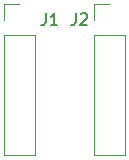
<source format=gto>
G04 #@! TF.GenerationSoftware,KiCad,Pcbnew,(5.1.10)-1*
G04 #@! TF.CreationDate,2022-03-28T09:59:46-04:00*
G04 #@! TF.ProjectId,Pot_Pins,506f745f-5069-46e7-932e-6b696361645f,3*
G04 #@! TF.SameCoordinates,Original*
G04 #@! TF.FileFunction,Legend,Top*
G04 #@! TF.FilePolarity,Positive*
%FSLAX46Y46*%
G04 Gerber Fmt 4.6, Leading zero omitted, Abs format (unit mm)*
G04 Created by KiCad (PCBNEW (5.1.10)-1) date 2022-03-28 09:59:46*
%MOMM*%
%LPD*%
G01*
G04 APERTURE LIST*
%ADD10C,0.120000*%
%ADD11C,0.150000*%
G04 APERTURE END LIST*
D10*
X146010000Y-138502400D02*
X148670000Y-138502400D01*
X146010000Y-128282400D02*
X146010000Y-138502400D01*
X148670000Y-128282400D02*
X148670000Y-138502400D01*
X146010000Y-128282400D02*
X148670000Y-128282400D01*
X146010000Y-127012400D02*
X146010000Y-125682400D01*
X146010000Y-125682400D02*
X147340000Y-125682400D01*
X153630000Y-125682400D02*
X154960000Y-125682400D01*
X153630000Y-127012400D02*
X153630000Y-125682400D01*
X153630000Y-128282400D02*
X156290000Y-128282400D01*
X156290000Y-128282400D02*
X156290000Y-138502400D01*
X153630000Y-128282400D02*
X153630000Y-138502400D01*
X153630000Y-138502400D02*
X156290000Y-138502400D01*
D11*
X149546666Y-126464780D02*
X149546666Y-127179066D01*
X149499047Y-127321923D01*
X149403809Y-127417161D01*
X149260952Y-127464780D01*
X149165714Y-127464780D01*
X150546666Y-127464780D02*
X149975238Y-127464780D01*
X150260952Y-127464780D02*
X150260952Y-126464780D01*
X150165714Y-126607638D01*
X150070476Y-126702876D01*
X149975238Y-126750495D01*
X152086666Y-126464780D02*
X152086666Y-127179066D01*
X152039047Y-127321923D01*
X151943809Y-127417161D01*
X151800952Y-127464780D01*
X151705714Y-127464780D01*
X152515238Y-126560019D02*
X152562857Y-126512400D01*
X152658095Y-126464780D01*
X152896190Y-126464780D01*
X152991428Y-126512400D01*
X153039047Y-126560019D01*
X153086666Y-126655257D01*
X153086666Y-126750495D01*
X153039047Y-126893352D01*
X152467619Y-127464780D01*
X153086666Y-127464780D01*
M02*

</source>
